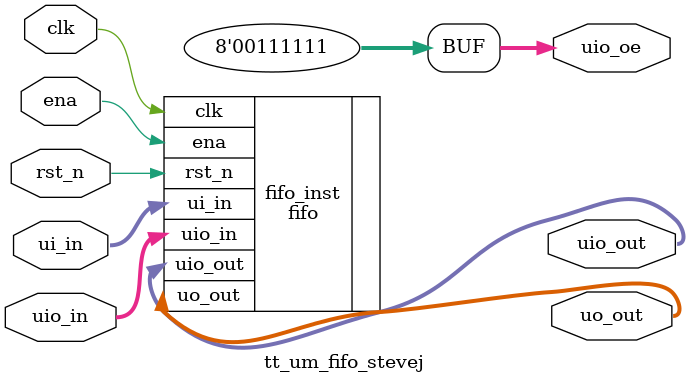
<source format=v>
`default_nettype none
`timescale 1ns/1ps

`ifdef FORMAL
`include "fifo.v"
`endif

module tt_um_fifo_stevej (
    `ifdef GL_TEST
        .VPWR( 1'b1),
        .VGND( 1'b0),
    `endif
    input  wire [7:0] ui_in,    // Dedicated inputs - data sent to the fifo
    output wire [7:0] uo_out,   // Dedicated outputs - data sent from the fifo
    input  wire [7:0] uio_in,   // IOs: Bidirectional Input path
    output wire [7:0] uio_out,  // IOs: Bidirectional Output path
    output wire [7:0] uio_oe,   // IOs: Bidirectional Enable path (active high: 0=input, 1=output)
    input  wire       ena,      // will go high when the design is enabled
    input  wire       clk,      // clock
    input  wire       rst_n     // reset_n - low to reset
);

    // Sets the first two bits as being writable by the design
    // and the last 6 bits as writable by the user.
    assign uio_oe = 8'b0011_1111;

    fifo fifo_inst(
        .clk(clk),
        .rst_n(rst_n),
        .ui_in(ui_in),
        .uo_out(uo_out),
        .uio_in(uio_in),
        .uio_out(uio_out),
        .ena(ena)
        );
endmodule

</source>
